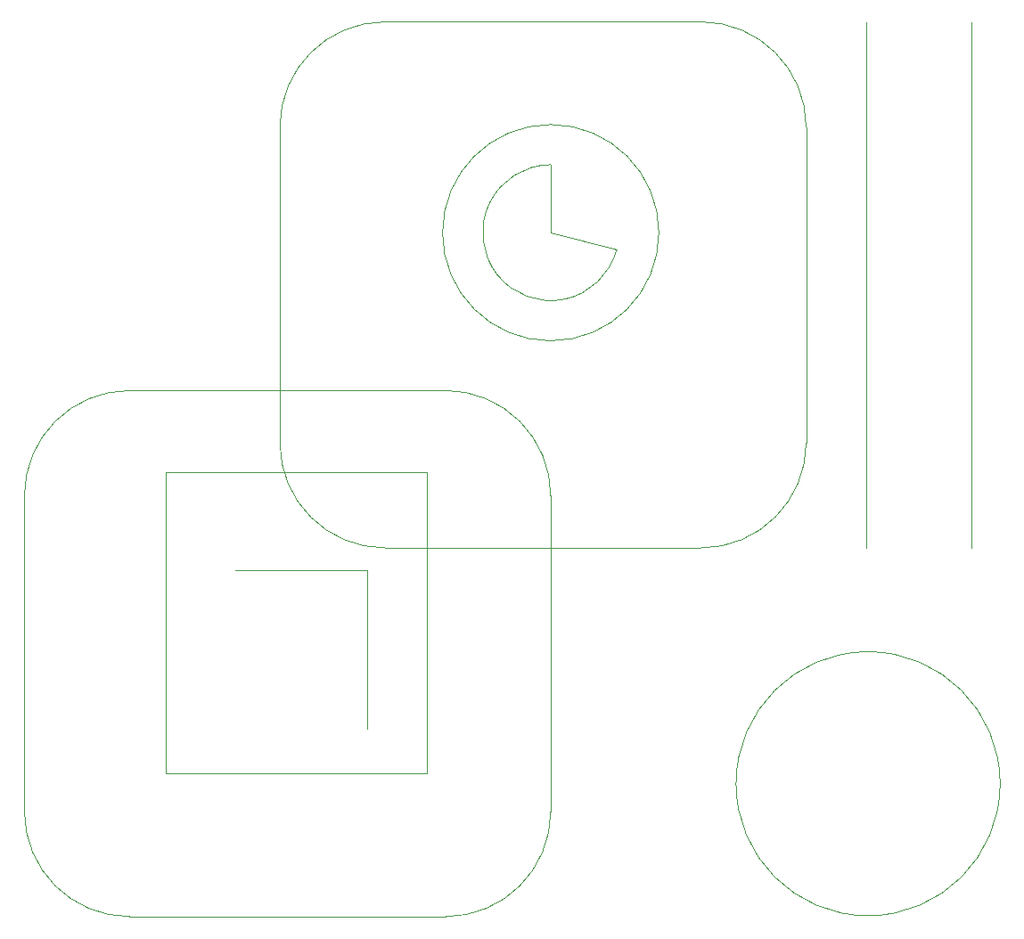
<source format=gtl>
From d0f836ecfadacbaea20fc6a3ceebd455e96e1307 Mon Sep 17 00:00:00 2001
From: jaseg <git@jaseg.de>
Date: Sun, 13 Jun 2021 20:33:19 +0200
Subject: Port old pcb-tools-extension unit tests to pytest

---
 .../gerber/tests/panelize/expects/dxf_offset.gtl   | 93 ++++++++++++++++++++++
 1 file changed, 93 insertions(+)
 create mode 100644 gerbonara/gerber/tests/panelize/expects/dxf_offset.gtl

(limited to 'gerbonara/gerber/tests/panelize/expects/dxf_offset.gtl')

diff --git a/gerbonara/gerber/tests/panelize/expects/dxf_offset.gtl b/gerbonara/gerber/tests/panelize/expects/dxf_offset.gtl
new file mode 100644
index 0000000..df1b015
--- /dev/null
+++ b/gerbonara/gerber/tests/panelize/expects/dxf_offset.gtl
@@ -0,0 +1,93 @@
+%MOMM*%
+%FSLAX34Y34*%
+%IPPOS*%
+%ADD10C,0*%
+G75*
+%LPD*%
+D10*
+G01*
+X910000Y900000D02*
+G75*
+G01*
+X910000Y400000D01*
+G01*
+X1010000Y900000D02*
+G75*
+G01*
+X1010000Y400000D01*
+G01*
+X310000Y379390D02*
+G75*
+G01*
+X435827Y379390D01*
+G01*
+X435827Y228443D01*
+G01*
+X510000Y50000D02*
+G75*
+G01*
+X210000Y50000D01*
+G02*
+X110000Y150000I0J100000D01*
+G01*
+X110000Y450000D01*
+G02*
+X210000Y550000I100000J0D01*
+G01*
+X510000Y550000D01*
+G02*
+X610000Y450000I0J-100000D01*
+G01*
+X610000Y150000D01*
+G02*
+X510000Y50000I-100000J0D01*
+G01*
+X852704Y800394D02*
+G75*
+G01*
+X852704Y500394D01*
+G02*
+X752704Y400394I-100000J0D01*
+G01*
+X452704Y400394D01*
+G02*
+X352704Y500394I0J100000D01*
+G01*
+X352704Y800394D01*
+G02*
+X452704Y900394I100000J0D01*
+G01*
+X752704Y900394D01*
+G02*
+X852704Y800394I0J-100000D01*
+G01*
+X492038Y472062D02*
+G75*
+G01*
+X244512Y472062D01*
+G01*
+X244512Y185960D01*
+G01*
+X492038Y185960D01*
+G01*
+X492038Y472062D01*
+G01*
+X1037009Y176316D02*
+G75*
+G03*
+X1037009Y176316I-125463J0D01*
+G01*
+X712773Y700000D02*
+G75*
+G03*
+X712773Y700000I-102773J0D01*
+G01*
+X610000Y700000D02*
+G75*
+G01*
+X610000Y764592D01*
+G03*
+X672602Y684088I0J-64592D01*
+G01*
+X610000Y700000D01*
+M02*
-- 
cgit 


</source>
